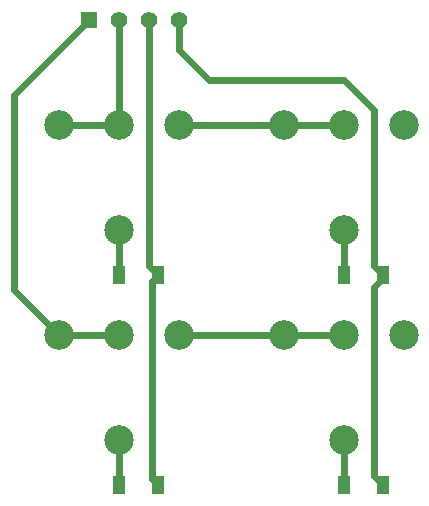
<source format=gbl>
G04 (created by PCBNEW (2013-07-07 BZR 4022)-stable) date 21/11/2015 23:27:46*
%MOIN*%
G04 Gerber Fmt 3.4, Leading zero omitted, Abs format*
%FSLAX34Y34*%
G01*
G70*
G90*
G04 APERTURE LIST*
%ADD10C,0.00393701*%
%ADD11R,0.055X0.055*%
%ADD12C,0.055*%
%ADD13C,0.0984252*%
%ADD14R,0.0433071X0.0590551*%
%ADD15C,0.023622*%
G04 APERTURE END LIST*
G54D10*
G54D11*
X57500Y-31500D03*
G54D12*
X58500Y-31500D03*
X59500Y-31500D03*
X60500Y-31500D03*
G54D13*
X60500Y-35000D03*
X56500Y-35000D03*
X58500Y-38500D03*
X58500Y-35000D03*
X68000Y-35000D03*
X64000Y-35000D03*
X66000Y-38500D03*
X66000Y-35000D03*
X60500Y-42000D03*
X56500Y-42000D03*
X58500Y-45500D03*
X58500Y-42000D03*
X68000Y-42000D03*
X64000Y-42000D03*
X66000Y-45500D03*
X66000Y-42000D03*
G54D14*
X58500Y-40000D03*
X59799Y-40000D03*
X66000Y-40000D03*
X67299Y-40000D03*
X66000Y-47000D03*
X67299Y-47000D03*
X58500Y-47000D03*
X59799Y-47000D03*
G54D15*
X66000Y-38500D02*
X66000Y-40000D01*
X56500Y-42000D02*
X58500Y-42000D01*
X57500Y-31500D02*
X55000Y-34000D01*
X55000Y-40500D02*
X56500Y-42000D01*
X55000Y-34000D02*
X55000Y-40500D01*
X64000Y-42000D02*
X66000Y-42000D01*
X60500Y-42000D02*
X64000Y-42000D01*
X58500Y-35000D02*
X58500Y-31500D01*
X56500Y-35000D02*
X58500Y-35000D01*
X58500Y-45500D02*
X58500Y-47000D01*
X66000Y-45500D02*
X66000Y-47000D01*
X59799Y-40000D02*
X59799Y-40000D01*
X59600Y-46800D02*
X59799Y-47000D01*
X59600Y-40200D02*
X59600Y-46800D01*
X59799Y-40000D02*
X59600Y-40200D01*
X59500Y-31500D02*
X59500Y-39700D01*
X59500Y-39700D02*
X59799Y-40000D01*
X67299Y-40000D02*
X67299Y-40100D01*
X67000Y-46700D02*
X67299Y-47000D01*
X67000Y-40400D02*
X67000Y-46700D01*
X67299Y-40100D02*
X67000Y-40400D01*
X60500Y-31500D02*
X60500Y-32500D01*
X67000Y-39700D02*
X67299Y-40000D01*
X67000Y-34500D02*
X67000Y-39700D01*
X66000Y-33500D02*
X67000Y-34500D01*
X61500Y-33500D02*
X66000Y-33500D01*
X60500Y-32500D02*
X61500Y-33500D01*
X58500Y-38500D02*
X58500Y-40000D01*
X64000Y-35000D02*
X66000Y-35000D01*
X60500Y-35000D02*
X64000Y-35000D01*
M02*

</source>
